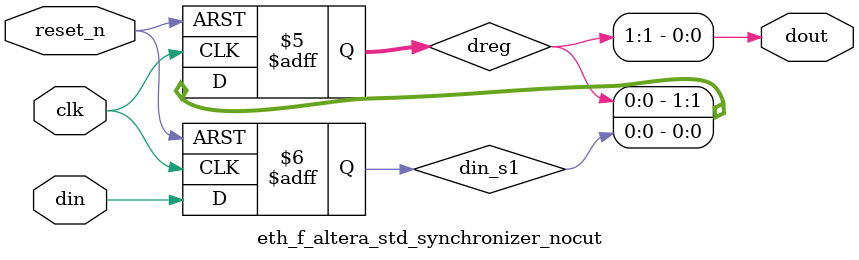
<source format=v>



`timescale 1ns / 1ns

module eth_f_altera_std_synchronizer_nocut (
                                clk, 
                                reset_n, 
                                din, 
                                dout
                                );

   parameter depth = 3; // This value must be >= 2 !
   parameter rst_value = 0;     
   parameter turn_off_meta = 0;     
     
   input   clk;
   input   reset_n;    
   input   din;
   output  dout;
   
   // QuartusII synthesis directives:
   //     1. Preserve all registers ie. do not touch them.
   //     2. Do not merge other flip-flops with synchronizer flip-flops.
   // QuartusII TimeQuest directives:
   //     1. Identify all flip-flops in this module as members of the synchronizer 
   //        to enable automatic metastability MTBF analysis.

   (* altera_attribute = {"-name ADV_NETLIST_OPT_ALLOWED NEVER_ALLOW; -name SYNCHRONIZER_IDENTIFICATION FORCED; -name DONT_MERGE_REGISTER ON; -name PRESERVE_REGISTER ON  "} *) reg din_s1;

   (* altera_attribute = {"-name ADV_NETLIST_OPT_ALLOWED NEVER_ALLOW; -name DONT_MERGE_REGISTER ON; -name PRESERVE_REGISTER ON"} *) reg [depth-2:0] dreg;    
   
   //synthesis translate_off
   initial begin
      if (depth <2) begin
         $display("%m: Error: synchronizer length: %0d less than 2.", depth);
      end
   end

   // the first synchronizer register is either a simple D flop for synthesis
   // and non-metastable simulation or a D flop with a method to inject random
   // metastable events resulting in random delay of [0,1] cycles
   
`ifdef __ALTERA_STD__METASTABLE_SIM

   reg[31:0]  RANDOM_SEED = 123456;      
   wire  next_din_s1;
   wire  dout;
   reg   din_last;
   reg          random;
   event metastable_event; // hook for debug monitoring

   initial begin
      $display("%m: Info: Metastable event injection simulation mode enabled");
   end
   
   always @(posedge clk) begin
      if (reset_n == 0)
        random <= $random(RANDOM_SEED);
      else
        random <= $random;
   end

// for accuracy sensitive synchronizer to turn off metastability in meta test
generate if (turn_off_meta == 1) begin: g_meta_off
   assign next_din_s1 = din;
end
else begin: g_meta
   assign next_din_s1 = (din_last ^ din) ? random : din;
end
endgenerate

   always @(posedge clk or negedge reset_n) begin
       if (reset_n == 0) 
         din_last <= (rst_value == 0)? 1'b0 : 1'b1;
       else
         din_last <= din;
   end

   always @(posedge clk or negedge reset_n) begin
       if (reset_n == 0) 
         din_s1 <= (rst_value == 0)? 1'b0 : 1'b1;
       else
         din_s1 <= next_din_s1;
   end
   
`else 

   //synthesis translate_on   
   generate if (rst_value == 0) begin : g_rst_to_0
       always @(posedge clk or negedge reset_n) begin
           if (reset_n == 0) 
             din_s1 <= 1'b0;
           else
             din_s1 <= din;
       end
   end
   endgenerate
   
   generate if (rst_value == 1) begin : g_rst_to_1
       always @(posedge clk or negedge reset_n) begin
           if (reset_n == 0) 
             din_s1 <= 1'b1;
           else
             din_s1 <= din;
       end
   end
   endgenerate
   //synthesis translate_off      

`endif

`ifdef __ALTERA_STD__METASTABLE_SIM_VERBOSE
   always @(*) begin
      if (reset_n && (din_last != din) && (random != din)) begin
         $display("%m: Verbose Info: metastable event @ time %t", $time);
         ->metastable_event;
      end
   end      
`endif

   //synthesis translate_on

   // the remaining synchronizer registers form a simple shift register
   // of length depth-1
   generate if (rst_value == 0) begin : g_rst_to_0x
      if (depth < 3) begin
         always @(posedge clk or negedge reset_n) begin
            if (reset_n == 0) 
              dreg <= {depth-1{1'b0}};            
            else
              dreg <= din_s1;
         end         
      end else begin : no_g_rst_to_0x
         always @(posedge clk or negedge reset_n) begin
            if (reset_n == 0) 
              dreg <= {depth-1{1'b0}};
            else
              dreg <= {dreg[depth-3:0], din_s1};
         end
      end
   end
   endgenerate
   
   generate if (rst_value == 1) begin : g_rst_to_1x
      if (depth < 3) begin
         always @(posedge clk or negedge reset_n) begin
            if (reset_n == 0) 
              dreg <= {depth-1{1'b1}};            
            else
              dreg <= din_s1;
         end         
      end else begin : no_g_rst_to_1x
         always @(posedge clk or negedge reset_n) begin
            if (reset_n == 0) 
              dreg <= {depth-1{1'b1}};
            else
              dreg <= {dreg[depth-3:0], din_s1};
         end
      end
   end
   endgenerate

   assign dout = dreg[depth-2];
   
endmodule 


                        

</source>
